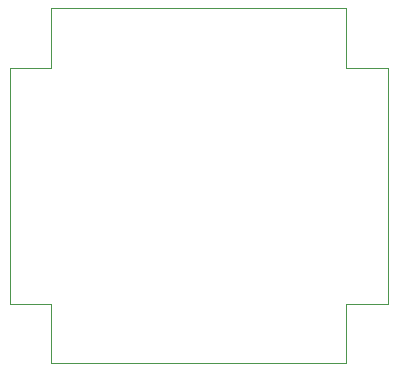
<source format=gbr>
%TF.GenerationSoftware,KiCad,Pcbnew,9.0.0*%
%TF.CreationDate,2025-04-18T16:03:12-04:00*%
%TF.ProjectId,SeniorProjectTouchpad,53656e69-6f72-4507-926f-6a656374546f,rev?*%
%TF.SameCoordinates,Original*%
%TF.FileFunction,Profile,NP*%
%FSLAX46Y46*%
G04 Gerber Fmt 4.6, Leading zero omitted, Abs format (unit mm)*
G04 Created by KiCad (PCBNEW 9.0.0) date 2025-04-18 16:03:12*
%MOMM*%
%LPD*%
G01*
G04 APERTURE LIST*
%TA.AperFunction,Profile*%
%ADD10C,0.050000*%
%TD*%
G04 APERTURE END LIST*
D10*
X127500000Y-103500000D02*
X127500000Y-98500000D01*
X124000000Y-123500000D02*
X124000000Y-103500000D01*
X124000000Y-103500000D02*
X127500000Y-103500000D01*
X127500000Y-128500000D02*
X127500000Y-123500000D01*
X127500000Y-123500000D02*
X124000000Y-123500000D01*
X152500000Y-128500000D02*
X127500000Y-128500000D01*
X127500000Y-98500000D02*
X152500000Y-98500000D01*
X152500000Y-98500000D02*
X152500000Y-103500000D01*
X152500000Y-103500000D02*
X156000000Y-103500000D01*
X156000000Y-123500000D02*
X152500000Y-123500000D01*
X156000000Y-103500000D02*
X156000000Y-123500000D01*
X152500000Y-123500000D02*
X152500000Y-128500000D01*
M02*

</source>
